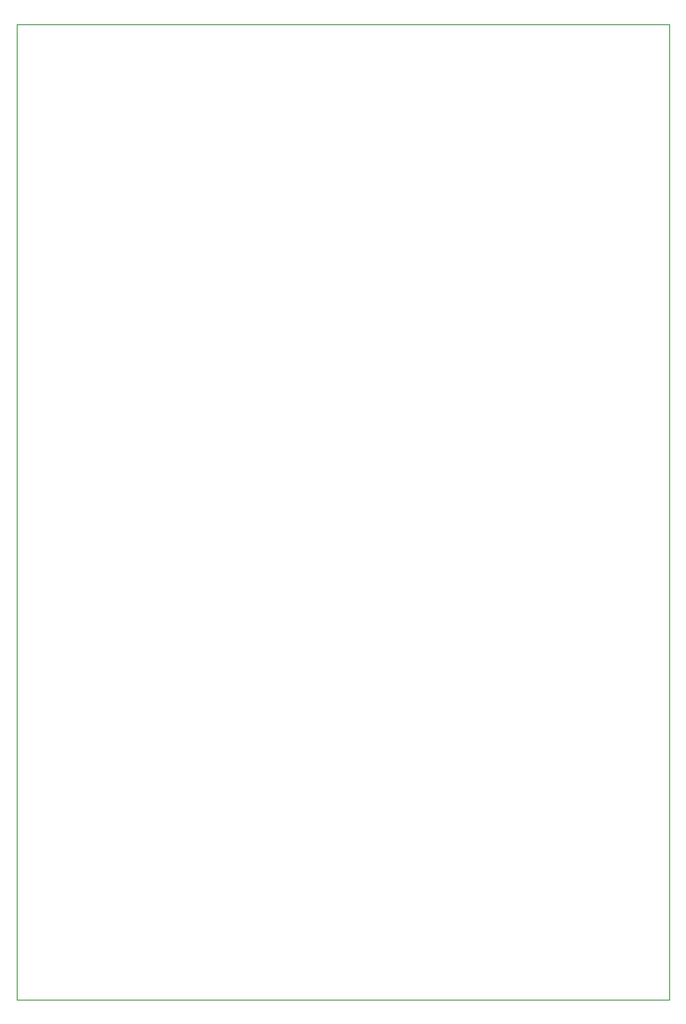
<source format=gbr>
%TF.GenerationSoftware,KiCad,Pcbnew,9.0.2*%
%TF.CreationDate,2025-07-10T18:44:37+01:00*%
%TF.ProjectId,Temperature-Controller,54656d70-6572-4617-9475-72652d436f6e,rev?*%
%TF.SameCoordinates,Original*%
%TF.FileFunction,Profile,NP*%
%FSLAX46Y46*%
G04 Gerber Fmt 4.6, Leading zero omitted, Abs format (unit mm)*
G04 Created by KiCad (PCBNEW 9.0.2) date 2025-07-10 18:44:37*
%MOMM*%
%LPD*%
G01*
G04 APERTURE LIST*
%TA.AperFunction,Profile*%
%ADD10C,0.050000*%
%TD*%
G04 APERTURE END LIST*
D10*
X160550000Y-134150000D02*
X160550000Y-35750000D01*
X160550000Y-35750000D02*
X160950000Y-35750000D01*
X226550000Y-35750000D02*
X226550000Y-134150000D01*
X226550000Y-134150000D02*
X160550000Y-134150000D01*
X160950000Y-35750000D02*
X226550000Y-35750000D01*
M02*

</source>
